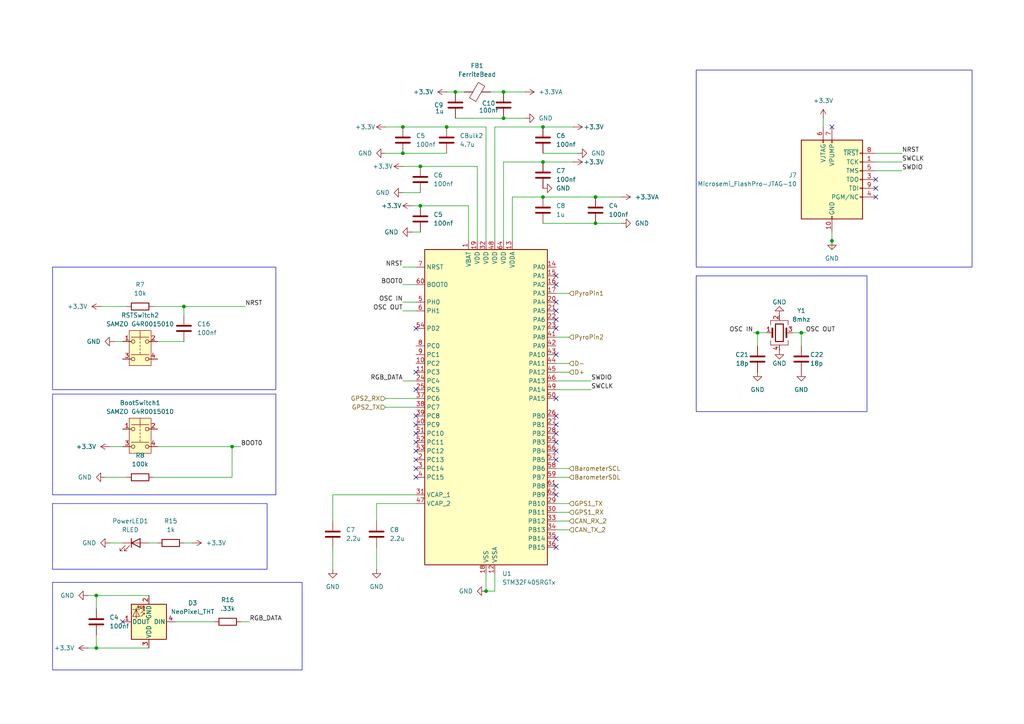
<source format=kicad_sch>
(kicad_sch (version 20250114) (generator "eeschema") (generator_version "9.0")
  (paper "A4")
  (lib_symbols
    (symbol "Connector:Microsemi_FlashPro-JTAG-10" (pin_names (offset 1.016))
      (property "Reference" "J" (at 4.445 12.7 0))
      (property "Value" "Microsemi_FlashPro-JTAG-10" (at 2.54 -12.7 0))
      (symbol "Microsemi_FlashPro-JTAG-10_1_1"
        (pin power_in line (at -2.54 15.24 270) (length 3.81) (name "VJTAG") (number "6"))
        (pin power_out line (at 0 15.24 270) (length 3.81) (name "VPUMP") (number "7"))
        (pin power_in line (at 0 -15.24 90) (length 3.81) (name "GND") (number "10"))
        (pin passive line (at 0 -15.24 90) (length 3.81) (hide yes) (name "GND") (number "2"))
        (pin passive line (at 12.7 7.62 180) (length 3.81) (name "~{TRST}") (number "8"))
        (pin passive line (at 12.7 5.08 180) (length 3.81) (name "TCK") (number "1"))
        (pin passive line (at 12.7 2.54 180) (length 3.81) (name "TMS") (number "5"))
        (pin passive line (at 12.7 0 180) (length 3.81) (name "TDO") (number "3"))
        (pin passive line (at 12.7 -2.54 180) (length 3.81) (name "TDI") (number "9"))
        (pin passive line (at 12.7 -5.08 180) (length 3.81) (name "PGM/NC") (number "4"))
      )
    )
    (symbol "Device:C" (pin_numbers (hide yes)) (pin_names (offset 0.254))
      (property "Reference" "C" (at 0.635 2.54 0))
      (property "Value" "C" (at 0.635 -2.54 0))
      (symbol "C_1_1"
        (pin passive line (at 0 3.81 270) (length 2.794) (name "~") (number "1"))
        (pin passive line (at 0 -3.81 90) (length 2.794) (name "~") (number "2"))
      )
    )
    (symbol "Device:Crystal_GND24" (pin_names (offset 1.016) (hide yes))
      (property "Reference" "Y" (at 3.175 5.08 0))
      (property "Value" "Crystal_GND24" (at 3.175 3.175 0))
      (symbol "Crystal_GND24_1_1"
        (pin passive line (at -3.81 0 0) (length 1.27) (name "1") (number "1"))
        (pin passive line (at 0 5.08 270) (length 1.27) (name "2") (number "2"))
        (pin passive line (at 0 -5.08 90) (length 1.27) (name "4") (number "4"))
        (pin passive line (at 3.81 0 180) (length 1.27) (name "3") (number "3"))
      )
    )
    (symbol "Device:FerriteBead" (pin_numbers (hide yes)) (pin_names (offset 0))
      (property "Reference" "FB" (at -3.81 0.635 90))
      (property "Value" "FerriteBead" (at 3.81 0 90))
      (symbol "FerriteBead_1_1"
        (pin passive line (at 0 3.81 270) (length 2.54) (name "~") (number "1"))
        (pin passive line (at 0 -3.81 90) (length 2.54) (name "~") (number "2"))
      )
    )
    (symbol "Device:LED" (pin_numbers (hide yes)) (pin_names (offset 1.016) (hide yes))
      (property "Reference" "D" (at 0 2.54 0))
      (property "Value" "LED" (at 0 -2.54 0))
      (symbol "LED_1_1"
        (pin passive line (at -3.81 0 0) (length 2.54) (name "K") (number "1"))
        (pin passive line (at 3.81 0 180) (length 2.54) (name "A") (number "2"))
      )
    )
    (symbol "Device:R" (pin_numbers (hide yes)) (pin_names (offset 0))
      (property "Reference" "R" (at 2.032 0 90))
      (property "Value" "R" (at 0 0 90))
      (symbol "R_1_1"
        (pin passive line (at 0 3.81 270) (length 1.27) (name "~") (number "1"))
        (pin passive line (at 0 -3.81 90) (length 1.27) (name "~") (number "2"))
      )
    )
    (symbol "LED:NeoPixel_THT" (pin_names (offset 0.254))
      (property "Reference" "D" (at 5.08 5.715 0))
      (property "Value" "NeoPixel_THT" (at 1.27 -5.715 0))
      (symbol "NeoPixel_THT_0_0"
        (text "RGB" (at 2.286 -4.191 0) (effects (font (size 0.762 0.762))))
      )
      (symbol "NeoPixel_THT_1_1"
        (pin input line (at -7.62 0 0) (length 2.54) (name "DIN") (number "4"))
        (pin power_in line (at 0 7.62 270) (length 2.54) (name "VDD") (number "3"))
        (pin power_in line (at 0 -7.62 90) (length 2.54) (name "GND") (number "2"))
        (pin output line (at 7.62 0 180) (length 2.54) (name "DOUT") (number "1"))
      )
    )
    (symbol "MCU_ST_STM32F4:STM32F405RGTx"
      (property "Reference" "U" (at -17.78 46.99 0))
      (property "Value" "STM32F405RGTx" (at 10.16 46.99 0))
      (symbol "STM32F405RGTx_1_1"
        (pin input line (at -20.32 40.64 0) (length 2.54) (name "NRST") (number "7"))
        (pin input line (at -20.32 35.56 0) (length 2.54) (name "BOOT0") (number "60"))
        (pin bidirectional line (at -20.32 30.48 0) (length 2.54) (name "PH0") (number "5"))
        (pin bidirectional line (at -20.32 27.94 0) (length 2.54) (name "PH1") (number "6"))
        (pin bidirectional line (at -20.32 22.86 0) (length 2.54) (name "PD2") (number "54"))
        (pin bidirectional line (at -20.32 17.78 0) (length 2.54) (name "PC0") (number "8"))
        (pin bidirectional line (at -20.32 15.24 0) (length 2.54) (name "PC1") (number "9"))
        (pin bidirectional line (at -20.32 12.7 0) (length 2.54) (name "PC2") (number "10"))
        (pin bidirectional line (at -20.32 10.16 0) (length 2.54) (name "PC3") (number "11"))
        (pin bidirectional line (at -20.32 7.62 0) (length 2.54) (name "PC4") (number "24"))
        (pin bidirectional line (at -20.32 5.08 0) (length 2.54) (name "PC5") (number "25"))
        (pin bidirectional line (at -20.32 2.54 0) (length 2.54) (name "PC6") (number "37"))
        (pin bidirectional line (at -20.32 0 0) (length 2.54) (name "PC7") (number "38"))
        (pin bidirectional line (at -20.32 -2.54 0) (length 2.54) (name "PC8") (number "39"))
        (pin bidirectional line (at -20.32 -5.08 0) (length 2.54) (name "PC9") (number "40"))
        (pin bidirectional line (at -20.32 -7.62 0) (length 2.54) (name "PC10") (number "51"))
        (pin bidirectional line (at -20.32 -10.16 0) (length 2.54) (name "PC11") (number "52"))
        (pin bidirectional line (at -20.32 -12.7 0) (length 2.54) (name "PC12") (number "53"))
        (pin bidirectional line (at -20.32 -15.24 0) (length 2.54) (name "PC13") (number "2"))
        (pin bidirectional line (at -20.32 -17.78 0) (length 2.54) (name "PC14") (number "3"))
        (pin bidirectional line (at -20.32 -20.32 0) (length 2.54) (name "PC15") (number "4"))
        (pin power_out line (at -20.32 -25.4 0) (length 2.54) (name "VCAP_1") (number "31"))
        (pin power_out line (at -20.32 -27.94 0) (length 2.54) (name "VCAP_2") (number "47"))
        (pin power_in line (at -5.08 48.26 270) (length 2.54) (name "VBAT") (number "1"))
        (pin power_in line (at -2.54 48.26 270) (length 2.54) (name "VDD") (number "19"))
        (pin power_in line (at 0 48.26 270) (length 2.54) (name "VDD") (number "32"))
        (pin power_in line (at 0 -48.26 90) (length 2.54) (name "VSS") (number "18"))
        (pin passive line (at 0 -48.26 90) (length 2.54) (hide yes) (name "VSS") (number "63"))
        (pin power_in line (at 2.54 48.26 270) (length 2.54) (name "VDD") (number "48"))
        (pin power_in line (at 2.54 -48.26 90) (length 2.54) (name "VSSA") (number "12"))
        (pin power_in line (at 5.08 48.26 270) (length 2.54) (name "VDD") (number "64"))
        (pin power_in line (at 7.62 48.26 270) (length 2.54) (name "VDDA") (number "13"))
        (pin bidirectional line (at 20.32 40.64 180) (length 2.54) (name "PA0") (number "14"))
        (pin bidirectional line (at 20.32 38.1 180) (length 2.54) (name "PA1") (number "15"))
        (pin bidirectional line (at 20.32 35.56 180) (length 2.54) (name "PA2") (number "16"))
        (pin bidirectional line (at 20.32 33.02 180) (length 2.54) (name "PA3") (number "17"))
        (pin bidirectional line (at 20.32 30.48 180) (length 2.54) (name "PA4") (number "20"))
        (pin bidirectional line (at 20.32 27.94 180) (length 2.54) (name "PA5") (number "21"))
        (pin bidirectional line (at 20.32 25.4 180) (length 2.54) (name "PA6") (number "22"))
        (pin bidirectional line (at 20.32 22.86 180) (length 2.54) (name "PA7") (number "23"))
        (pin bidirectional line (at 20.32 20.32 180) (length 2.54) (name "PA8") (number "41"))
        (pin bidirectional line (at 20.32 17.78 180) (length 2.54) (name "PA9") (number "42"))
        (pin bidirectional line (at 20.32 15.24 180) (length 2.54) (name "PA10") (number "43"))
        (pin bidirectional line (at 20.32 12.7 180) (length 2.54) (name "PA11") (number "44"))
        (pin bidirectional line (at 20.32 10.16 180) (length 2.54) (name "PA12") (number "45"))
        (pin bidirectional line (at 20.32 7.62 180) (length 2.54) (name "PA13") (number "46"))
        (pin bidirectional line (at 20.32 5.08 180) (length 2.54) (name "PA14") (number "49"))
        (pin bidirectional line (at 20.32 2.54 180) (length 2.54) (name "PA15") (number "50"))
        (pin bidirectional line (at 20.32 -2.54 180) (length 2.54) (name "PB0") (number "26"))
        (pin bidirectional line (at 20.32 -5.08 180) (length 2.54) (name "PB1") (number "27"))
        (pin bidirectional line (at 20.32 -7.62 180) (length 2.54) (name "PB2") (number "28"))
        (pin bidirectional line (at 20.32 -10.16 180) (length 2.54) (name "PB3") (number "55"))
        (pin bidirectional line (at 20.32 -12.7 180) (length 2.54) (name "PB4") (number "56"))
        (pin bidirectional line (at 20.32 -15.24 180) (length 2.54) (name "PB5") (number "57"))
        (pin bidirectional line (at 20.32 -17.78 180) (length 2.54) (name "PB6") (number "58"))
        (pin bidirectional line (at 20.32 -20.32 180) (length 2.54) (name "PB7") (number "59"))
        (pin bidirectional line (at 20.32 -22.86 180) (length 2.54) (name "PB8") (number "61"))
        (pin bidirectional line (at 20.32 -25.4 180) (length 2.54) (name "PB9") (number "62"))
        (pin bidirectional line (at 20.32 -27.94 180) (length 2.54) (name "PB10") (number "29"))
        (pin bidirectional line (at 20.32 -30.48 180) (length 2.54) (name "PB11") (number "30"))
        (pin bidirectional line (at 20.32 -33.02 180) (length 2.54) (name "PB12") (number "33"))
        (pin bidirectional line (at 20.32 -35.56 180) (length 2.54) (name "PB13") (number "34"))
        (pin bidirectional line (at 20.32 -38.1 180) (length 2.54) (name "PB14") (number "35"))
        (pin bidirectional line (at 20.32 -40.64 180) (length 2.54) (name "PB15") (number "36"))
      )
    )
    (symbol "Switch:SW_Push" (pin_numbers (hide yes)) (pin_names (offset 1.016) (hide yes))
      (property "Reference" "SW" (at 1.27 2.54 0))
      (property "Value" "SW_Push" (at 0 -1.524 0))
      (symbol "SW_Push_0_1"
        (pin passive line (at -5.08 0 0) (length 2.54) (name "1") (number "1"))
        (pin passive line (at 5.08 0 180) (length 2.54) (name "2") (number "2"))
      )
    )
    (symbol "Switch:SW_Push_Dual" (pin_names (offset 1.016) (hide yes))
      (property "Reference" "SW" (at 0 7.62 0))
      (property "Value" "SW_Push_Dual" (at 0 -6.35 0))
      (symbol "SW_Push_Dual_0_1"
        (pin passive line (at -5.08 2.54 0) (length 2.54) (name "1") (number "1"))
        (pin passive line (at -5.08 -2.54 0) (length 2.54) (name "3") (number "3"))
        (pin passive line (at 5.08 2.54 180) (length 2.54) (name "2") (number "2"))
        (pin passive line (at 5.08 -2.54 180) (length 2.54) (name "4") (number "4"))
      )
    )
    (symbol "power:+3.3V" (power) (pin_numbers (hide yes)) (pin_names (offset 0) (hide yes))
      (property "Value" "+3.3V" (at 0 3.556 0))
      (symbol "+3.3V_1_1"
        (pin power_in line (at 0 0 90) (length 0) (name "~") (number "1"))
      )
    )
    (symbol "power:+3.3VA" (power) (pin_numbers (hide yes)) (pin_names (offset 0) (hide yes))
      (property "Value" "+3.3VA" (at 0 3.556 0))
      (symbol "+3.3VA_1_1"
        (pin power_in line (at 0 0 90) (length 0) (name "~") (number "1"))
      )
    )
    (symbol "power:GND" (power) (pin_numbers (hide yes)) (pin_names (offset 0) (hide yes))
      (property "Value" "GND" (at 0 -3.81 0))
      (symbol "GND_1_1"
        (pin power_in line (at 0 0 270) (length 0) (name "~") (number "1"))
      )
    )
  )
  (rectangle (start 201.93 20.32) (end 281.94 77.47))
  (rectangle (start 15.24 146.05) (end 77.47 165.1))
  (rectangle (start 15.24 168.91) (end 87.63 194.31))
  (rectangle (start 15.24 114.3) (end 80.01 143.51))
  (rectangle (start 15.24 77.47) (end 80.01 113.03))
  (rectangle (start 201.93 80.01) (end 251.46 119.38))
  (junction (at 535.94 -12.7))
  (junction (at 501.65 -34.29))
  (junction (at 121.92 59.69))
  (junction (at 27.94 187.96))
  (junction (at 429.26 -34.29))
  (junction (at 514.35 -26.67))
  (junction (at 440.69 -34.29))
  (junction (at 533.4 -12.7))
  (junction (at 172.72 64.77))
  (junction (at 440.69 -26.67))
  (junction (at 430.53 -3.81))
  (junction (at 528.32 -12.7))
  (junction (at 501.65 -26.67))
  (junction (at 172.72 57.15))
  (junction (at 157.48 36.83))
  (junction (at 219.71 96.52))
  (junction (at 527.05 -26.67))
  (junction (at 121.92 48.26))
  (junction (at 27.94 172.72))
  (junction (at 129.54 36.83))
  (junction (at 116.84 36.83))
  (junction (at 241.3 69.85))
  (junction (at 485.14 -34.29))
  (junction (at 53.34 88.9))
  (junction (at 532.13 -12.7))
  (junction (at 146.05 26.67))
  (junction (at 530.86 90.17))
  (junction (at 67.31 129.54))
  (junction (at 431.8 17.78))
  (junction (at 539.75 -34.29))
  (junction (at 132.08 26.67))
  (junction (at 232.41 96.52))
  (junction (at 485.14 -26.67))
  (junction (at 539.75 -26.67))
  (junction (at 157.48 57.15))
  (junction (at 527.05 -34.29))
  (junction (at 398.78 6.35))
  (junction (at 140.97 171.45))
  (junction (at 514.35 -34.29))
  (junction (at 157.48 46.99))
  (junction (at 116.84 44.45))
  (junction (at 530.86 -12.7))
  (junction (at 146.05 34.29))
  (no_connect (at 161.29 133.35))
  (no_connect (at 161.29 140.97))
  (no_connect (at 161.29 123.19))
  (no_connect (at 161.29 92.71))
  (no_connect (at 254 57.15))
  (no_connect (at 161.29 87.63))
  (no_connect (at 161.29 102.87))
  (no_connect (at 241.3 36.83))
  (no_connect (at 161.29 143.51))
  (no_connect (at 120.65 95.25))
  (no_connect (at 120.65 138.43))
  (no_connect (at 120.65 128.27))
  (no_connect (at 161.29 158.75))
  (no_connect (at 161.29 128.27))
  (no_connect (at 161.29 130.81))
  (no_connect (at 161.29 82.55))
  (no_connect (at 120.65 135.89))
  (no_connect (at 120.65 133.35))
  (no_connect (at 120.65 130.81))
  (no_connect (at 254 54.61))
  (no_connect (at 161.29 120.65))
  (no_connect (at 161.29 115.57))
  (no_connect (at 120.65 123.19))
  (no_connect (at 161.29 156.21))
  (no_connect (at 120.65 107.95))
  (no_connect (at 254 52.07))
  (no_connect (at 35.56 180.34))
  (no_connect (at 120.65 120.65))
  (no_connect (at 161.29 125.73))
  (no_connect (at 161.29 90.17))
  (no_connect (at 161.29 95.25))
  (no_connect (at 120.65 125.73))
  (no_connect (at 161.29 80.01))
  (no_connect (at 120.65 113.03))
  (wire (pts (xy 530.86 85.09) (xy 530.86 90.17)))
  (wire (pts (xy 171.45 113.03) (xy 161.29 113.03)))
  (wire (pts (xy 146.05 34.29) (xy 152.4 34.29)))
  (wire (pts (xy 157.48 57.15) (xy 172.72 57.15)))
  (wire (pts (xy 165.1 97.79) (xy 161.29 97.79)))
  (wire (pts (xy 109.22 158.75) (xy 109.22 165.1)))
  (wire (pts (xy 140.97 171.45) (xy 143.51 171.45)))
  (wire (pts (xy 132.08 26.67) (xy 134.62 26.67)))
  (wire (pts (xy 499.11 77.47) (xy 499.11 83.82)))
  (wire (pts (xy 530.86 90.17) (xy 533.4 90.17)))
  (wire (pts (xy 571.5 64.77) (xy 551.18 64.77)))
  (wire (pts (xy 143.51 36.83) (xy 157.48 36.83)))
  (wire (pts (xy 143.51 36.83) (xy 143.51 69.85)))
  (wire (pts (xy 109.22 151.13) (xy 109.22 146.05)))
  (wire (pts (xy 232.41 96.52) (xy 233.68 96.52)))
  (wire (pts (xy 533.4 -11.43) (xy 533.4 -12.7)))
  (wire (pts (xy 111.76 36.83) (xy 116.84 36.83)))
  (wire (pts (xy 514.35 -26.67) (xy 527.05 -26.67)))
  (wire (pts (xy 119.38 59.69) (xy 121.92 59.69)))
  (wire (pts (xy 504.19 34.29) (xy 510.54 34.29)))
  (wire (pts (xy 180.34 57.15) (xy 172.72 57.15)))
  (wire (pts (xy 121.92 48.26) (xy 138.43 48.26)))
  (wire (pts (xy 148.59 57.15) (xy 157.48 57.15)))
  (wire (pts (xy 425.45 -34.29) (xy 429.26 -34.29)))
  (wire (pts (xy 229.87 96.52) (xy 232.41 96.52)))
  (wire (pts (xy 129.54 36.83) (xy 140.97 36.83)))
  (wire (pts (xy 514.35 -34.29) (xy 527.05 -34.29)))
  (wire (pts (xy 148.59 57.15) (xy 148.59 69.85)))
  (wire (pts (xy 161.29 153.67) (xy 165.1 153.67)))
  (wire (pts (xy 539.75 -26.67) (xy 553.72 -26.67)))
  (wire (pts (xy 129.54 26.67) (xy 132.08 26.67)))
  (wire (pts (xy 111.76 44.45) (xy 116.84 44.45)))
  (wire (pts (xy 119.38 67.31) (xy 121.92 67.31)))
  (wire (pts (xy 485.14 -26.67) (xy 501.65 -26.67)))
  (wire (pts (xy 533.4 90.17) (xy 533.4 85.09)))
  (wire (pts (xy 161.29 107.95) (xy 165.1 107.95)))
  (wire (pts (xy 430.53 -3.81) (xy 434.34 -3.81)))
  (wire (pts (xy 27.94 172.72) (xy 43.18 172.72)))
  (wire (pts (xy 116.84 90.17) (xy 120.65 90.17)))
  (wire (pts (xy 96.52 158.75) (xy 96.52 165.1)))
  (wire (pts (xy 219.71 96.52) (xy 222.25 96.52)))
  (wire (pts (xy 138.43 48.26) (xy 138.43 69.85)))
  (wire (pts (xy 165.1 146.05) (xy 161.29 146.05)))
  (wire (pts (xy 142.24 26.67) (xy 146.05 26.67)))
  (wire (pts (xy 506.73 -3.81) (xy 510.54 -3.81)))
  (wire (pts (xy 55.88 157.48) (xy 53.34 157.48)))
  (wire (pts (xy 416.56 -1.27) (xy 430.53 -1.27)))
  (wire (pts (xy 116.84 48.26) (xy 121.92 48.26)))
  (wire (pts (xy 527.05 -34.29) (xy 539.75 -34.29)))
  (wire (pts (xy 528.32 -11.43) (xy 528.32 -12.7)))
  (wire (pts (xy 554.99 24.13) (xy 551.18 24.13)))
  (wire (pts (xy 396.24 6.35) (xy 398.78 6.35)))
  (wire (pts (xy 410.21 17.78) (xy 431.8 17.78)))
  (wire (pts (xy 146.05 46.99) (xy 146.05 69.85)))
  (wire (pts (xy 506.73 49.53) (xy 510.54 49.53)))
  (wire (pts (xy 429.26 -34.29) (xy 440.69 -34.29)))
  (wire (pts (xy 530.86 -12.7) (xy 530.86 -11.43)))
  (wire (pts (xy 238.76 34.29) (xy 238.76 36.83)))
  (wire (pts (xy 219.71 96.52) (xy 219.71 100.33)))
  (wire (pts (xy 111.76 115.57) (xy 120.65 115.57)))
  (wire (pts (xy 482.6 -34.29) (xy 485.14 -34.29)))
  (wire (pts (xy 116.84 36.83) (xy 129.54 36.83)))
  (wire (pts (xy 241.3 67.31) (xy 241.3 69.85)))
  (wire (pts (xy 554.99 16.51) (xy 551.18 16.51)))
  (wire (pts (xy 166.37 46.99) (xy 157.48 46.99)))
  (wire (pts (xy 504.19 36.83) (xy 510.54 36.83)))
  (wire (pts (xy 486.41 62.23) (xy 486.41 69.85)))
  (wire (pts (xy 232.41 96.52) (xy 232.41 100.33)))
  (wire (pts (xy 161.29 151.13) (xy 165.1 151.13)))
  (wire (pts (xy 551.18 69.85) (xy 570.23 69.85)))
  (wire (pts (xy 506.73 1.27) (xy 510.54 1.27)))
  (wire (pts (xy 120.65 143.51) (xy 96.52 143.51)))
  (wire (pts (xy 499.11 64.77) (xy 510.54 64.77)))
  (wire (pts (xy 535.94 -11.43) (xy 535.94 -12.7)))
  (wire (pts (xy 132.08 34.29) (xy 146.05 34.29)))
  (wire (pts (xy 146.05 46.99) (xy 157.48 46.99)))
  (wire (pts (xy 525.78 -12.7) (xy 528.32 -12.7)))
  (wire (pts (xy 481.33 -26.67) (xy 485.14 -26.67)))
  (wire (pts (xy 53.34 88.9) (xy 71.12 88.9)))
  (wire (pts (xy 116.84 77.47) (xy 120.65 77.47)))
  (wire (pts (xy 551.18 72.39) (xy 570.23 72.39)))
  (wire (pts (xy 165.1 85.09) (xy 161.29 85.09)))
  (wire (pts (xy 538.48 -11.43) (xy 538.48 -12.7)))
  (wire (pts (xy 501.65 -34.29) (xy 514.35 -34.29)))
  (wire (pts (xy 25.4 187.96) (xy 27.94 187.96)))
  (wire (pts (xy 398.78 6.35) (xy 398.78 3.81)))
  (wire (pts (xy 67.31 129.54) (xy 67.31 138.43)))
  (wire (pts (xy 31.75 129.54) (xy 35.56 129.54)))
  (wire (pts (xy 25.4 172.72) (xy 27.94 172.72)))
  (wire (pts (xy 50.8 180.34) (xy 62.23 180.34)))
  (wire (pts (xy 501.65 -26.67) (xy 514.35 -26.67)))
  (wire (pts (xy 539.75 -34.29) (xy 553.72 -34.29)))
  (wire (pts (xy 261.62 46.99) (xy 254 46.99)))
  (wire (pts (xy 506.73 13.97) (xy 510.54 13.97)))
  (wire (pts (xy 116.84 55.88) (xy 121.92 55.88)))
  (wire (pts (xy 528.32 -12.7) (xy 530.86 -12.7)))
  (wire (pts (xy 571.5 67.31) (xy 551.18 67.31)))
  (wire (pts (xy 532.13 -12.7) (xy 533.4 -12.7)))
  (wire (pts (xy 554.99 19.05) (xy 551.18 19.05)))
  (wire (pts (xy 33.02 99.06) (xy 35.56 99.06)))
  (wire (pts (xy 116.84 110.49) (xy 120.65 110.49)))
  (wire (pts (xy 116.84 82.55) (xy 120.65 82.55)))
  (wire (pts (xy 53.34 88.9) (xy 53.34 91.44)))
  (wire (pts (xy 261.62 44.45) (xy 254 44.45)))
  (wire (pts (xy 166.37 36.83) (xy 157.48 36.83)))
  (wire (pts (xy 392.43 -3.81) (xy 400.05 -3.81)))
  (wire (pts (xy 121.92 59.69) (xy 135.89 59.69)))
  (wire (pts (xy 408.94 6.35) (xy 416.56 6.35)))
  (wire (pts (xy 157.48 64.77) (xy 172.72 64.77)))
  (wire (pts (xy 116.84 87.63) (xy 120.65 87.63)))
  (wire (pts (xy 535.94 -12.7) (xy 533.4 -12.7)))
  (wire (pts (xy 96.52 143.51) (xy 96.52 151.13)))
  (wire (pts (xy 143.51 171.45) (xy 143.51 166.37)))
  (wire (pts (xy 527.05 -26.67) (xy 539.75 -26.67)))
  (wire (pts (xy 241.3 72.39) (xy 241.3 69.85)))
  (wire (pts (xy 499.11 69.85) (xy 499.11 64.77)))
  (wire (pts (xy 111.76 118.11) (xy 120.65 118.11)))
  (wire (pts (xy 261.62 49.53) (xy 254 49.53)))
  (wire (pts (xy 109.22 146.05) (xy 120.65 146.05)))
  (wire (pts (xy 29.21 88.9) (xy 36.83 88.9)))
  (wire (pts (xy 430.53 -3.81) (xy 430.53 -1.27)))
  (wire (pts (xy 165.1 138.43) (xy 161.29 138.43)))
  (wire (pts (xy 394.97 26.67) (xy 401.32 26.67)))
  (wire (pts (xy 538.48 -12.7) (xy 535.94 -12.7)))
  (wire (pts (xy 218.44 96.52) (xy 219.71 96.52)))
  (wire (pts (xy 135.89 59.69) (xy 135.89 69.85)))
  (wire (pts (xy 530.86 -12.7) (xy 532.13 -12.7)))
  (wire (pts (xy 30.48 138.43) (xy 36.83 138.43)))
  (wire (pts (xy 67.31 138.43) (xy 44.45 138.43)))
  (wire (pts (xy 116.84 44.45) (xy 129.54 44.45)))
  (wire (pts (xy 440.69 -34.29) (xy 448.31 -34.29)))
  (wire (pts (xy 45.72 129.54) (xy 67.31 129.54)))
  (wire (pts (xy 161.29 105.41) (xy 165.1 105.41)))
  (wire (pts (xy 27.94 187.96) (xy 43.18 187.96)))
  (wire (pts (xy 140.97 36.83) (xy 140.97 69.85)))
  (wire (pts (xy 72.39 180.34) (xy 69.85 180.34)))
  (wire (pts (xy 440.69 -26.67) (xy 448.31 -26.67)))
  (wire (pts (xy 429.26 -26.67) (xy 440.69 -26.67)))
  (wire (pts (xy 431.8 17.78) (xy 431.8 26.67)))
  (wire (pts (xy 412.75 -34.29) (xy 417.83 -34.29)))
  (wire (pts (xy 67.31 129.54) (xy 69.85 129.54)))
  (wire (pts (xy 485.14 -34.29) (xy 501.65 -34.29)))
  (wire (pts (xy 31.75 157.48) (xy 35.56 157.48)))
  (wire (pts (xy 525.78 -11.43) (xy 525.78 -12.7)))
  (wire (pts (xy 510.54 62.23) (xy 486.41 62.23)))
  (wire (pts (xy 27.94 184.15) (xy 27.94 187.96)))
  (wire (pts (xy 486.41 77.47) (xy 486.41 83.82)))
  (wire (pts (xy 27.94 172.72) (xy 27.94 176.53)))
  (wire (pts (xy 165.1 148.59) (xy 161.29 148.59)))
  (wire (pts (xy 161.29 110.49) (xy 171.45 110.49)))
  (wire (pts (xy 180.34 64.77) (xy 172.72 64.77)))
  (wire (pts (xy 146.05 26.67) (xy 152.4 26.67)))
  (wire (pts (xy 45.72 99.06) (xy 53.34 99.06)))
  (wire (pts (xy 431.8 26.67) (xy 408.94 26.67)))
  (wire (pts (xy 407.67 -3.81) (xy 430.53 -3.81)))
  (wire (pts (xy 140.97 166.37) (xy 140.97 171.45)))
  (wire (pts (xy 44.45 88.9) (xy 53.34 88.9)))
  (wire (pts (xy 396.24 17.78) (xy 400.05 17.78)))
  (wire (pts (xy 431.8 17.78) (xy 434.34 17.78)))
  (wire (pts (xy 43.18 157.48) (xy 45.72 157.48)))
  (wire (pts (xy 167.64 44.45) (xy 157.48 44.45)))
  (wire (pts (xy 551.18 29.21) (xy 554.99 29.21)))
  (wire (pts (xy 551.18 26.67) (xy 554.99 26.67)))
  (wire (pts (xy 554.99 3.81) (xy 551.18 3.81)))
  (wire (pts (xy 165.1 135.89) (xy 161.29 135.89)))
  (label "BOOT0" (at 116.84 82.55 180))
  (label "OSC OUT" (at 116.84 90.17 180))
  (label "RGB_DATA" (at 72.39 180.34 0))
  (label "RGB_DATA" (at 116.84 110.49 180))
  (label "OSC OUT" (at 233.68 96.52 0))
  (label "SWDIO" (at 261.62 49.53 0))
  (label "NRST" (at 71.12 88.9 0))
  (label "OSC IN" (at 116.84 87.63 180))
  (label "SWCLK" (at 171.45 113.03 0))
  (label "OSC IN" (at 218.44 96.52 180))
  (label "NRST" (at 261.62 44.45 0))
  (label "BOOT0" (at 69.85 129.54 0))
  (label "NRST" (at 116.84 77.47 180))
  (label "SWDIO" (at 171.45 110.49 0))
  (label "SWCLK" (at 261.62 46.99 0))
  (global_label "CAN_TX_2" (shape input) (at 570.23 72.39 0) (property "Intersheetrefs" "${INTERSHEET_REFS}" (effects (hide yes))))
  (global_label "PA8" (shape input) (at 554.99 16.51 0) (property "Intersheetrefs" "${INTERSHEET_REFS}" (effects (hide yes))))
  (global_label "GPS2_TX" (shape input) (at 504.19 36.83 180) (property "Intersheetrefs" "${INTERSHEET_REFS}" (effects (hide yes))))
  (global_label "PA9" (shape input) (at 554.99 19.05 0) (property "Intersheetrefs" "${INTERSHEET_REFS}" (effects (hide yes))))
  (global_label "UART_DEBUG_TX" (shape input) (at 506.73 49.53 180) (property "Intersheetrefs" "${INTERSHEET_REFS}" (effects (hide yes))))
  (global_label "D-" (shape input) (at 554.99 24.13 0) (property "Intersheetrefs" "${INTERSHEET_REFS}" (effects (hide yes))))
  (global_label "PA3" (shape input) (at 554.99 3.81 0) (property "Intersheetrefs" "${INTERSHEET_REFS}" (effects (hide yes))))
  (global_label "UART_DEBUG_RX" (shape input) (at 506.73 13.97 180) (property "Intersheetrefs" "${INTERSHEET_REFS}" (effects (hide yes))))
  (global_label "D+" (shape input) (at 554.99 26.67 0) (property "Intersheetrefs" "${INTERSHEET_REFS}" (effects (hide yes))))
  (global_label "GPS2_RX" (shape input) (at 504.19 34.29 180) (property "Intersheetrefs" "${INTERSHEET_REFS}" (effects (hide yes))))
  (global_label "CAN_RX_2" (shape input) (at 570.23 69.85 0) (property "Intersheetrefs" "${INTERSHEET_REFS}" (effects (hide yes))))
  (global_label "GPS1_RX" (shape input) (at 571.5 67.31 0) (property "Intersheetrefs" "${INTERSHEET_REFS}" (effects (hide yes))))
  (global_label "VBUS" (shape input) (at 554.99 29.21 0) (property "Intersheetrefs" "${INTERSHEET_REFS}" (effects (hide yes))))
  (global_label "GPS1_TX" (shape input) (at 571.5 64.77 0) (property "Intersheetrefs" "${INTERSHEET_REFS}" (effects (hide yes))))
  (hierarchical_label "GPS2_RX" (shape input) (at 111.76 115.57 180))
  (hierarchical_label "PyroPin2" (shape input) (at 165.1 97.79 0))
  (hierarchical_label "D+" (shape input) (at 165.1 107.95 0))
  (hierarchical_label "GPS2_TX" (shape input) (at 111.76 118.11 180))
  (hierarchical_label "CAN_TX_2" (shape input) (at 165.1 153.67 0))
  (hierarchical_label "NRST" (shape input) (at 506.73 -3.81 180))
  (hierarchical_label "BOOT0" (shape input) (at 506.73 1.27 180))
  (hierarchical_label "BarometerSDL" (shape input) (at 165.1 138.43 0))
  (hierarchical_label "NRST" (shape input) (at 434.34 -3.81 0))
  (hierarchical_label "BOOT0" (shape input) (at 434.34 17.78 0))
  (hierarchical_label "PyroPin1" (shape input) (at 165.1 85.09 0))
  (hierarchical_label "GPS1_TX" (shape input) (at 165.1 146.05 0))
  (hierarchical_label "GPS1_RX" (shape input) (at 165.1 148.59 0))
  (hierarchical_label "BarometerSCL" (shape input) (at 165.1 135.89 0))
  (hierarchical_label "CAN_RX_2" (shape input) (at 165.1 151.13 0))
  (hierarchical_label "D-" (shape input) (at 165.1 105.41 0))
  (symbol (lib_id "power:GND") (at 530.86 90.17 270) (unit 1)
    (property "Reference" "#PWR027" (effects (hide yes)))
    (property "Value" "GND" (at 527.05 90.1699 90) (effects (justify right)))
    (property "Description" "Power symbol creates a global label with name \"GND\" , ground" (effects (hide yes)))
  )
  (symbol (lib_id "power:+3.3V") (at 25.4 187.96 90) (unit 1)
    (property "Reference" "#PWR029" (effects (hide yes)))
    (property "Value" "+3.3V" (at 21.59 187.9599 90) (effects (justify left)))
    (property "Description" "Power symbol creates a global label with name \"+3.3V\"" (effects (hide yes)))
  )
  (symbol (lib_id "Device:C") (at 157.48 60.96 0) (unit 1)
    (property "Reference" "C8" (at 161.29 59.6899 0) (effects (justify left)))
    (property "Value" "1u" (at 161.29 62.2299 0) (effects (justify left)))
    (property "Footprint" "Capacitor_SMD:C_0805_2012Metric_Pad1.18x1.45mm_HandSolder" (effects (hide yes)))
    (property "Description" "Unpolarized capacitor" (effects (hide yes)))
  )
  (symbol (lib_id "power:GND") (at 31.75 157.48 270) (unit 1)
    (property "Reference" "#PWR056" (effects (hide yes)))
    (property "Value" "GND" (at 27.94 157.4799 90) (effects (justify right)))
    (property "Description" "Power symbol creates a global label with name \"GND\" , ground" (effects (hide yes)))
  )
  (symbol (lib_id "power:+3.3V") (at 119.38 59.69 90) (unit 1)
    (property "Reference" "#PWR036" (effects (hide yes)))
    (property "Value" "+3.3V" (at 113.538 59.69 90))
    (property "Description" "Power symbol creates a global label with name \"+3.3V\"" (effects (hide yes)))
  )
  (symbol (lib_id "power:+3.3V") (at 166.37 46.99 270) (unit 1)
    (property "Reference" "#PWR060" (effects (hide yes)))
    (property "Value" "+3.3V" (at 172.212 46.99 90))
    (property "Description" "Power symbol creates a global label with name \"+3.3V\"" (effects (hide yes)))
  )
  (symbol (lib_id "power:GND") (at 116.84 55.88 270) (unit 1)
    (property "Reference" "#PWR055" (effects (hide yes)))
    (property "Value" "GND" (at 113.03 55.8799 90) (effects (justify right)))
    (property "Description" "Power symbol creates a global label with name \"GND\" , ground" (effects (hide yes)))
  )
  (symbol (lib_id "Device:R") (at 40.64 138.43 90) (unit 1)
    (property "Reference" "R8" (at 40.64 132.08 90))
    (property "Value" "100k" (at 40.64 134.62 90))
    (property "Footprint" "Resistor_SMD:R_0805_2012Metric_Pad1.20x1.40mm_HandSolder" (effects (hide yes)))
    (property "Description" "Resistor" (effects (hide yes)))
  )
  (symbol (lib_id "Switch:SW_Push_Dual") (at 40.64 101.6 0) (unit 1)
    (property "Reference" "RSTSwitch2" (at 40.64 91.44 0))
    (property "Value" "SAMZO G4R0015010" (at 40.64 93.98 0))
    (property "Footprint" "myFootprints:SAMZO G4R0015010" (effects (hide yes)))
    (property "Description" "Push button switch, generic, symbol, four pins" (effects (hide yes)))
  )
  (symbol (lib_id "power:+3.3V") (at 129.54 26.67 90) (unit 1)
    (property "Reference" "#PWR030" (effects (hide yes)))
    (property "Value" "+3.3V" (at 125.73 26.6699 90) (effects (justify left)))
    (property "Description" "Power symbol creates a global label with name \"+3.3V\"" (effects (hide yes)))
  )
  (symbol (lib_id "power:GND") (at 232.41 107.95 0) (mirror y) (unit 1)
    (property "Reference" "#PWR041" (effects (hide yes)))
    (property "Value" "GND" (at 232.41 113.03 0))
    (property "Description" "Power symbol creates a global label with name \"GND\" , ground" (effects (hide yes)))
  )
  (symbol (lib_id "Switch:SW_Push") (at 403.86 6.35 0) (unit 1)
    (property "Reference" "SW3" (at 403.86 -1.27 0))
    (property "Value" "SW_Push" (at 403.86 1.27 0))
    (property "Footprint" "Library:SAMZO G4R0015010" (effects (hide yes)))
    (property "Description" "Push button switch, generic, two pins" (effects (hide yes)))
  )
  (symbol (lib_id "Switch:SW_Push_Dual") (at 40.64 127 0) (unit 1)
    (property "Reference" "BootSwitch1" (at 40.64 116.84 0))
    (property "Value" "SAMZO G4R0015010" (at 40.64 119.38 0))
    (property "Footprint" "myFootprints:SAMZO G4R0015010" (effects (hide yes)))
    (property "Description" "Push button switch, generic, symbol, four pins" (effects (hide yes)))
  )
  (symbol (lib_id "power:+3.3V") (at 29.21 88.9 90) (unit 1)
    (property "Reference" "#PWR019" (effects (hide yes)))
    (property "Value" "+3.3V" (at 25.4 88.8999 90) (effects (justify left)))
    (property "Description" "Power symbol creates a global label with name \"+3.3V\"" (effects (hide yes)))
  )
  (symbol (lib_id "power:+3.3V") (at 392.43 -3.81 90) (unit 1)
    (property "Reference" "#PWR09" (effects (hide yes)))
    (property "Value" "+3.3V" (at 388.62 -3.8101 90) (effects (justify left)))
    (property "Description" "Power symbol creates a global label with name \"+3.3V\"" (effects (hide yes)))
  )
  (symbol (lib_id "power:+3.3V") (at 482.6 -34.29 90) (unit 1)
    (property "Reference" "#PWR024" (effects (hide yes)))
    (property "Value" "+3.3V" (at 478.79 -34.2901 90) (effects (justify left)))
    (property "Description" "Power symbol creates a global label with name \"+3.3V\"" (effects (hide yes)))
  )
  (symbol (lib_id "Device:C") (at 116.84 40.64 0) (unit 1)
    (property "Reference" "C5" (at 120.65 39.3699 0) (effects (justify left)))
    (property "Value" "100nf" (at 120.65 41.9099 0) (effects (justify left)))
    (property "Footprint" "Capacitor_SMD:C_0805_2012Metric_Pad1.18x1.45mm_HandSolder" (effects (hide yes)))
    (property "Description" "Unpolarized capacitor" (effects (hide yes)))
  )
  (symbol (lib_id "Device:C") (at 527.05 -30.48 0) (unit 1)
    (property "Reference" "C18" (at 530.86 -31.7501 0) (effects (justify left)))
    (property "Value" "100nf" (at 530.86 -29.2101 0) (effects (justify left)))
    (property "Footprint" "Capacitor_SMD:C_0805_2012Metric_Pad1.18x1.45mm_HandSolder" (effects (hide yes)))
    (property "Description" "Unpolarized capacitor" (effects (hide yes)))
  )
  (symbol (lib_id "power:+3.3VA") (at 180.34 57.15 270) (unit 1)
    (property "Reference" "#PWR038" (effects (hide yes)))
    (property "Value" "+3.3VA" (at 184.15 57.1499 90) (effects (justify left)))
    (property "Description" "Power symbol creates a global label with name \"+3.3VA\"" (effects (hide yes)))
  )
  (symbol (lib_id "power:+3.3V") (at 412.75 -34.29 90) (unit 1)
    (property "Reference" "#PWR016" (effects (hide yes)))
    (property "Value" "+3.3V" (at 408.94 -34.2901 90) (effects (justify left)))
    (property "Description" "Power symbol creates a global label with name \"+3.3V\"" (effects (hide yes)))
  )
  (symbol (lib_id "Connector:Microsemi_FlashPro-JTAG-10") (at 241.3 52.07 0) (unit 1)
    (property "Reference" "J7" (at 231.14 50.7999 0) (effects (justify right)))
    (property "Value" "Microsemi_FlashPro-JTAG-10" (at 231.14 53.3399 0) (effects (justify right)))
    (property "Footprint" "myFootprints:CONN_7024610XX_MOL" (effects (hide yes)))
    (property "Datasheet" "https://www.microsemi.com/document-portal/doc_view/129973-lpf-ac386-an" (effects (hide yes)))
    (property "Description" "ACTEL FLASH PRO 3/4, JTAG, IDC10 Pinheader Connector" (effects (hide yes)))
  )
  (symbol (lib_id "Device:R") (at 49.53 157.48 90) (unit 1)
    (property "Reference" "R15" (at 49.53 151.13 90))
    (property "Value" "1k" (at 49.53 153.67 90))
    (property "Footprint" "Resistor_SMD:R_0805_2012Metric_Pad1.20x1.40mm_HandSolder" (effects (hide yes)))
    (property "Description" "Resistor" (effects (hide yes)))
  )
  (symbol (lib_id "Device:LED") (at 39.37 157.48 0) (unit 1)
    (property "Reference" "PowerLED1" (at 37.7825 151.13 0))
    (property "Value" "RLED" (at 37.7825 153.67 0))
    (property "Footprint" "LED_SMD:LED_0603_1608Metric_Pad1.05x0.95mm_HandSolder" (effects (hide yes)))
    (property "Description" "Light emitting diode" (effects (hide yes)))
    (property "Sim.Pins" "1=K 2=A" (effects (hide yes)))
  )
  (symbol (lib_id "power:GND") (at 481.33 -26.67 270) (unit 1)
    (property "Reference" "#PWR023" (effects (hide yes)))
    (property "Value" "GND" (at 477.52 -26.6701 90) (effects (justify right)))
    (property "Description" "Power symbol creates a global label with name \"GND\" , ground" (effects (hide yes)))
  )
  (symbol (lib_id "power:GND") (at 486.41 83.82 0) (unit 1)
    (property "Reference" "#PWR025" (effects (hide yes)))
    (property "Value" "GND" (at 486.41 88.9 0))
    (property "Description" "Power symbol creates a global label with name \"GND\" , ground" (effects (hide yes)))
  )
  (symbol (lib_id "power:+3.3V") (at 396.24 17.78 90) (unit 1)
    (property "Reference" "#PWR015" (effects (hide yes)))
    (property "Value" "+3.3V" (at 392.43 17.7799 90) (effects (justify left)))
    (property "Description" "Power symbol creates a global label with name \"+3.3V\"" (effects (hide yes)))
  )
  (symbol (lib_id "Device:R") (at 66.04 180.34 90) (unit 1)
    (property "Reference" "R16" (at 66.04 173.99 90))
    (property "Value" ".33k" (at 66.04 176.53 90))
    (property "Footprint" "Resistor_SMD:R_0805_2012Metric_Pad1.20x1.40mm_HandSolder" (effects (hide yes)))
    (property "Description" "Resistor" (effects (hide yes)))
  )
  (symbol (lib_id "Device:Crystal_GND24") (at 226.06 96.52 0) (unit 1)
    (property "Reference" "Y1" (at 232.41 90.0998 0))
    (property "Value" "8mhz" (at 232.41 92.6398 0))
    (property "Footprint" "Crystal:Crystal_SMD_3225-4Pin_3.2x2.5mm_HandSoldering" (effects (hide yes)))
    (property "Description" "Four pin crystal, GND on pins 2 and 4" (effects (hide yes)))
    (property "LCSC Part" "C19723344" (effects (hide yes)))
  )
  (symbol (lib_id "power:GND") (at 219.71 107.95 0) (mirror y) (unit 1)
    (property "Reference" "#PWR039" (effects (hide yes)))
    (property "Value" "GND" (at 219.71 113.03 0))
    (property "Description" "Power symbol creates a global label with name \"GND\" , ground" (effects (hide yes)))
  )
  (symbol (lib_id "Device:C") (at 553.72 -30.48 0) (unit 1)
    (property "Reference" "C20" (at 557.53 -31.7501 0) (effects (justify left)))
    (property "Value" "100nf" (at 557.53 -29.2101 0) (effects (justify left)))
    (property "Footprint" "Capacitor_SMD:C_0805_2012Metric_Pad1.18x1.45mm_HandSolder" (effects (hide yes)))
    (property "Description" "Unpolarized capacitor" (effects (hide yes)))
  )
  (symbol (lib_id "Device:C") (at 157.48 50.8 0) (unit 1)
    (property "Reference" "C7" (at 161.29 49.5299 0) (effects (justify left)))
    (property "Value" "100nf" (at 161.29 52.0699 0) (effects (justify left)))
    (property "Footprint" "Capacitor_SMD:C_0805_2012Metric_Pad1.18x1.45mm_HandSolder" (effects (hide yes)))
    (property "Description" "Unpolarized capacitor" (effects (hide yes)))
  )
  (symbol (lib_id "power:GND") (at 499.11 83.82 0) (unit 1)
    (property "Reference" "#PWR026" (effects (hide yes)))
    (property "Value" "GND" (at 499.11 88.9 0))
    (property "Description" "Power symbol creates a global label with name \"GND\" , ground" (effects (hide yes)))
  )
  (symbol (lib_id "power:GND") (at 157.48 54.61 90) (unit 1)
    (property "Reference" "#PWR061" (effects (hide yes)))
    (property "Value" "GND" (at 161.29 54.6099 90) (effects (justify right)))
    (property "Description" "Power symbol creates a global label with name \"GND\" , ground" (effects (hide yes)))
  )
  (symbol (lib_id "power:GND") (at 448.31 -26.67 90) (unit 1)
    (property "Reference" "#PWR022" (effects (hide yes)))
    (property "Value" "GND" (at 452.12 -26.6701 90) (effects (justify right)))
    (property "Description" "Power symbol creates a global label with name \"GND\" , ground" (effects (hide yes)))
  )
  (symbol (lib_id "Device:R") (at 403.86 -3.81 90) (unit 1)
    (property "Reference" "R5" (at 403.86 -10.16 90))
    (property "Value" "10k" (at 403.86 -7.62 90))
    (property "Footprint" "Resistor_SMD:R_0805_2012Metric_Pad1.20x1.40mm_HandSolder" (effects (hide yes)))
    (property "Description" "Resistor" (effects (hide yes)))
  )
  (symbol (lib_id "power:+3.3V") (at 116.84 48.26 90) (unit 1)
    (property "Reference" "#PWR054" (effects (hide yes)))
    (property "Value" "+3.3V" (at 110.998 48.26 90))
    (property "Description" "Power symbol creates a global label with name \"+3.3V\"" (effects (hide yes)))
  )
  (symbol (lib_id "power:+3.3V") (at 111.76 36.83 90) (unit 1)
    (property "Reference" "#PWR057" (effects (hide yes)))
    (property "Value" "+3.3V" (at 105.918 36.83 90))
    (property "Description" "Power symbol creates a global label with name \"+3.3V\"" (effects (hide yes)))
  )
  (symbol (lib_id "power:GND") (at 152.4 34.29 90) (unit 1)
    (property "Reference" "#PWR032" (effects (hide yes)))
    (property "Value" "GND" (at 156.21 34.2899 90) (effects (justify right)))
    (property "Description" "Power symbol creates a global label with name \"GND\" , ground" (effects (hide yes)))
  )
  (symbol (lib_id "LED:NeoPixel_THT") (at 43.18 180.34 180) (unit 1)
    (property "Reference" "D3" (at 55.88 174.8946 0))
    (property "Value" "NeoPixel_THT" (at 55.88 177.4346 0))
    (property "Footprint" "LED_SMD:LED_Kingbright_AAA3528ESGCT" (effects (hide yes)))
    (property "Datasheet" "https://www.adafruit.com/product/1938" (effects (hide yes)))
    (property "Description" "RGB LED with integrated controller, 5mm/8mm LED package" (effects (hide yes)))
  )
  (symbol (lib_id "Device:C") (at 129.54 40.64 0) (unit 1)
    (property "Reference" "CBulk2" (at 133.35 39.3699 0) (effects (justify left)))
    (property "Value" "4.7u" (at 133.35 41.9099 0) (effects (justify left)))
    (property "Footprint" "Capacitor_SMD:C_0805_2012Metric_Pad1.18x1.45mm_HandSolder" (effects (hide yes)))
    (property "Description" "Unpolarized capacitor" (effects (hide yes)))
  )
  (symbol (lib_id "Device:C") (at 485.14 -30.48 0) (unit 1)
    (property "Reference" "CBulk1" (at 488.95 -31.7501 0) (effects (justify left)))
    (property "Value" "4.7u" (at 488.95 -29.2101 0) (effects (justify left)))
    (property "Footprint" "Capacitor_SMD:C_0805_2012Metric_Pad1.18x1.45mm_HandSolder" (effects (hide yes)))
    (property "Description" "Unpolarized capacitor" (effects (hide yes)))
  )
  (symbol (lib_id "power:+3.3V") (at 166.37 36.83 270) (unit 1)
    (property "Reference" "#PWR062" (effects (hide yes)))
    (property "Value" "+3.3V" (at 172.212 36.83 90))
    (property "Description" "Power symbol creates a global label with name \"+3.3V\"" (effects (hide yes)))
  )
  (symbol (lib_id "power:GND") (at 111.76 44.45 270) (unit 1)
    (property "Reference" "#PWR035" (effects (hide yes)))
    (property "Value" "GND" (at 107.95 44.4499 90) (effects (justify right)))
    (property "Description" "Power symbol creates a global label with name \"GND\" , ground" (effects (hide yes)))
  )
  (symbol (lib_id "power:GND") (at 119.38 67.31 270) (unit 1)
    (property "Reference" "#PWR053" (effects (hide yes)))
    (property "Value" "GND" (at 115.57 67.3099 90) (effects (justify right)))
    (property "Description" "Power symbol creates a global label with name \"GND\" , ground" (effects (hide yes)))
  )
  (symbol (lib_id "power:GND") (at 33.02 99.06 270) (unit 1)
    (property "Reference" "#PWR020" (effects (hide yes)))
    (property "Value" "GND" (at 29.21 99.0599 90) (effects (justify right)))
    (property "Description" "Power symbol creates a global label with name \"GND\" , ground" (effects (hide yes)))
  )
  (symbol (lib_id "power:GND") (at 396.24 6.35 270) (unit 1)
    (property "Reference" "#PWR011" (effects (hide yes)))
    (property "Value" "GND" (at 392.43 6.3499 90) (effects (justify right)))
    (property "Description" "Power symbol creates a global label with name \"GND\" , ground" (effects (hide yes)))
  )
  (symbol (lib_id "power:+3.3V") (at 55.88 157.48 270) (unit 1)
    (property "Reference" "#PWR064" (effects (hide yes)))
    (property "Value" "+3.3V" (at 59.69 157.4799 90) (effects (justify left)))
    (property "Description" "Power symbol creates a global label with name \"+3.3V\"" (effects (hide yes)))
  )
  (symbol (lib_id "Device:FerriteBead") (at 138.43 26.67 90) (unit 1)
    (property "Reference" "FB1" (at 138.3792 19.05 90))
    (property "Value" "FerriteBead" (at 138.3792 21.59 90))
    (property "Footprint" "Resistor_SMD:R_0805_2012Metric_Pad1.20x1.40mm_HandSolder" (effects (hide yes)))
    (property "Description" "Ferrite bead" (effects (hide yes)))
  )
  (symbol (lib_id "Device:FerriteBead") (at 421.64 -34.29 90) (unit 1)
    (property "Reference" "FB2" (at 421.5892 -41.91 90))
    (property "Value" "FerriteBead" (at 421.5892 -39.37 90))
    (property "Footprint" "Resistor_SMD:R_0805_2012Metric_Pad1.20x1.40mm_HandSolder" (effects (hide yes)))
    (property "Description" "Ferrite bead" (effects (hide yes)))
  )
  (symbol (lib_id "power:GND") (at 96.52 165.1 0) (unit 1)
    (property "Reference" "#PWR033" (effects (hide yes)))
    (property "Value" "GND" (at 96.52 170.18 0))
    (property "Description" "Power symbol creates a global label with name \"GND\" , ground" (effects (hide yes)))
  )
  (symbol (lib_id "power:+3.3VA") (at 448.31 -34.29 270) (unit 1)
    (property "Reference" "#PWR021" (effects (hide yes)))
    (property "Value" "+3.3VA" (at 452.12 -34.2901 90) (effects (justify left)))
    (property "Description" "Power symbol creates a global label with name \"+3.3VA\"" (effects (hide yes)))
  )
  (symbol (lib_id "power:GND") (at 25.4 172.72 270) (unit 1)
    (property "Reference" "#PWR065" (effects (hide yes)))
    (property "Value" "GND" (at 21.59 172.7199 90) (effects (justify right)))
    (property "Description" "Power symbol creates a global label with name \"GND\" , ground" (effects (hide yes)))
  )
  (symbol (lib_id "power:GND") (at 30.48 138.43 270) (unit 1)
    (property "Reference" "#PWR019" (effects (hide yes)))
    (property "Value" "GND" (at 26.67 138.4299 90) (effects (justify right)))
    (property "Description" "Power symbol creates a global label with name \"GND\" , ground" (effects (hide yes)))
  )
  (symbol (lib_id "Device:C") (at 157.48 40.64 0) (unit 1)
    (property "Reference" "C6" (at 161.29 39.3699 0) (effects (justify left)))
    (property "Value" "100nf" (at 161.29 41.9099 0) (effects (justify left)))
    (property "Footprint" "Capacitor_SMD:C_0805_2012Metric_Pad1.18x1.45mm_HandSolder" (effects (hide yes)))
    (property "Description" "Unpolarized capacitor" (effects (hide yes)))
  )
  (symbol (lib_id "power:GND") (at 167.64 44.45 90) (unit 1)
    (property "Reference" "#PWR063" (effects (hide yes)))
    (property "Value" "GND" (at 171.45 44.4499 90) (effects (justify right)))
    (property "Description" "Power symbol creates a global label with name \"GND\" , ground" (effects (hide yes)))
  )
  (symbol (lib_id "Device:C") (at 501.65 -30.48 0) (unit 1)
    (property "Reference" "C15" (at 505.46 -31.7501 0) (effects (justify left)))
    (property "Value" "100nf" (at 505.46 -29.2101 0) (effects (justify left)))
    (property "Footprint" "Capacitor_SMD:C_0805_2012Metric_Pad1.18x1.45mm_HandSolder" (effects (hide yes)))
    (property "Description" "Unpolarized capacitor" (effects (hide yes)))
  )
  (symbol (lib_id "Device:C") (at 53.34 95.25 0) (unit 1)
    (property "Reference" "C16" (at 57.15 93.9799 0) (effects (justify left)))
    (property "Value" "100nf" (at 57.15 96.5199 0) (effects (justify left)))
    (property "Footprint" "Capacitor_SMD:C_0805_2012Metric_Pad1.18x1.45mm_HandSolder" (effects (hide yes)))
    (property "Description" "Unpolarized capacitor" (effects (hide yes)))
  )
  (symbol (lib_id "Device:C") (at 416.56 2.54 0) (unit 1)
    (property "Reference" "C3" (at 420.37 1.2699 0) (effects (justify left)))
    (property "Value" "100nf" (at 420.37 3.8099 0) (effects (justify left)))
    (property "Footprint" "Capacitor_SMD:C_0805_2012Metric_Pad1.18x1.45mm_HandSolder" (effects (hide yes)))
    (property "Description" "Unpolarized capacitor" (effects (hide yes)))
  )
  (symbol (lib_id "Device:C") (at 146.05 30.48 180) (unit 1)
    (property "Reference" "C10" (at 141.732 29.972 0))
    (property "Value" "100nf" (at 141.732 32.004 0))
    (property "Footprint" "Capacitor_SMD:C_0805_2012Metric_Pad1.18x1.45mm_HandSolder" (effects (hide yes)))
    (property "Description" "Unpolarized capacitor" (effects (hide yes)))
  )
  (symbol (lib_id "Device:C") (at 440.69 -30.48 180) (unit 1)
    (property "Reference" "C12" (at 436.372 -30.988 0))
    (property "Value" "10u" (at 436.372 -28.956 0))
    (property "Footprint" "Capacitor_SMD:C_0805_2012Metric_Pad1.18x1.45mm_HandSolder" (effects (hide yes)))
    (property "Description" "Unpolarized capacitor" (effects (hide yes)))
  )
  (symbol (lib_id "Device:C") (at 96.52 154.94 0) (unit 1)
    (property "Reference" "C7" (at 100.33 153.6699 0) (effects (justify left)))
    (property "Value" "2.2u" (at 100.33 156.2099 0) (effects (justify left)))
    (property "Footprint" "Capacitor_SMD:C_0805_2012Metric_Pad1.18x1.45mm_HandSolder" (effects (hide yes)))
    (property "Description" "Unpolarized capacitor" (effects (hide yes)))
  )
  (symbol (lib_id "Device:C") (at 486.41 73.66 0) (unit 1)
    (property "Reference" "C13" (at 490.22 72.3899 0) (effects (justify left)))
    (property "Value" "2.2u" (at 490.22 74.9299 0) (effects (justify left)))
    (property "Footprint" "Capacitor_SMD:C_0805_2012Metric_Pad1.18x1.45mm_HandSolder" (effects (hide yes)))
    (property "Description" "Unpolarized capacitor" (effects (hide yes)))
  )
  (symbol (lib_id "power:GND") (at 394.97 26.67 270) (unit 1)
    (property "Reference" "#PWR010" (effects (hide yes)))
    (property "Value" "GND" (at 391.16 26.6699 90) (effects (justify right)))
    (property "Description" "Power symbol creates a global label with name \"GND\" , ground" (effects (hide yes)))
  )
  (symbol (lib_id "Device:C") (at 121.92 52.07 0) (unit 1)
    (property "Reference" "C6" (at 125.73 50.7999 0) (effects (justify left)))
    (property "Value" "100nf" (at 125.73 53.3399 0) (effects (justify left)))
    (property "Footprint" "Capacitor_SMD:C_0805_2012Metric_Pad1.18x1.45mm_HandSolder" (effects (hide yes)))
    (property "Description" "Unpolarized capacitor" (effects (hide yes)))
  )
  (symbol (lib_id "Device:C") (at 539.75 -30.48 0) (unit 1)
    (property "Reference" "C19" (at 543.56 -31.7501 0) (effects (justify left)))
    (property "Value" "100nf" (at 543.56 -29.2101 0) (effects (justify left)))
    (property "Footprint" "Capacitor_SMD:C_0805_2012Metric_Pad1.18x1.45mm_HandSolder" (effects (hide yes)))
    (property "Description" "Unpolarized capacitor" (effects (hide yes)))
  )
  (symbol (lib_id "power:GND") (at 226.06 101.6 0) (mirror y) (unit 1)
    (property "Reference" "#PWR040" (effects (hide yes)))
    (property "Value" "GND" (at 226.06 105.41 0))
    (property "Description" "Power symbol creates a global label with name \"GND\" , ground" (effects (hide yes)))
  )
  (symbol (lib_id "power:+3.3V") (at 532.13 -12.7 0) (unit 1)
    (property "Reference" "#PWR028" (effects (hide yes)))
    (property "Value" "+3.3V" (at 532.13 -17.78 0))
    (property "Description" "Power symbol creates a global label with name \"+3.3V\"" (effects (hide yes)))
  )
  (symbol (lib_id "Device:R") (at 40.64 88.9 90) (unit 1)
    (property "Reference" "R7" (at 40.64 82.55 90))
    (property "Value" "10k" (at 40.64 85.09 90))
    (property "Footprint" "Resistor_SMD:R_0805_2012Metric_Pad1.20x1.40mm_HandSolder" (effects (hide yes)))
    (property "Description" "Resistor" (effects (hide yes)))
  )
  (symbol (lib_id "power:GND") (at 180.34 64.77 90) (unit 1)
    (property "Reference" "#PWR059" (effects (hide yes)))
    (property "Value" "GND" (at 184.15 64.7699 90) (effects (justify right)))
    (property "Description" "Power symbol creates a global label with name \"GND\" , ground" (effects (hide yes)))
  )
  (symbol (lib_id "Device:C") (at 109.22 154.94 0) (unit 1)
    (property "Reference" "C8" (at 113.03 153.6699 0) (effects (justify left)))
    (property "Value" "2.2u" (at 113.03 156.2099 0) (effects (justify left)))
    (property "Footprint" "Capacitor_SMD:C_0805_2012Metric_Pad1.18x1.45mm_HandSolder" (effects (hide yes)))
    (property "Description" "Unpolarized capacitor" (effects (hide yes)))
  )
  (symbol (lib_id "Device:C") (at 499.11 73.66 0) (unit 1)
    (property "Reference" "C14" (at 502.92 72.3899 0) (effects (justify left)))
    (property "Value" "2.2u" (at 502.92 74.9299 0) (effects (justify left)))
    (property "Footprint" "Capacitor_SMD:C_0805_2012Metric_Pad1.18x1.45mm_HandSolder" (effects (hide yes)))
    (property "Description" "Unpolarized capacitor" (effects (hide yes)))
  )
  (symbol (lib_id "Device:C") (at 172.72 60.96 0) (unit 1)
    (property "Reference" "C4" (at 176.53 59.6899 0) (effects (justify left)))
    (property "Value" "100nf" (at 176.53 62.2299 0) (effects (justify left)))
    (property "Footprint" "Capacitor_SMD:C_0805_2012Metric_Pad1.18x1.45mm_HandSolder" (effects (hide yes)))
    (property "Description" "Unpolarized capacitor" (effects (hide yes)))
  )
  (symbol (lib_id "Device:C") (at 514.35 -30.48 0) (unit 1)
    (property "Reference" "C17" (at 518.16 -31.7501 0) (effects (justify left)))
    (property "Value" "100nf" (at 518.16 -29.2101 0) (effects (justify left)))
    (property "Footprint" "Capacitor_SMD:C_0805_2012Metric_Pad1.18x1.45mm_HandSolder" (effects (hide yes)))
    (property "Description" "Unpolarized capacitor" (effects (hide yes)))
  )
  (symbol (lib_id "Device:C") (at 132.08 30.48 180) (unit 1)
    (property "Reference" "C9" (at 127.254 30.48 0))
    (property "Value" "1u" (at 127.508 32.258 0))
    (property "Footprint" "Capacitor_SMD:C_0805_2012Metric_Pad1.18x1.45mm_HandSolder" (effects (hide yes)))
    (property "Description" "Unpolarized capacitor" (effects (hide yes)))
  )
  (symbol (lib_id "Device:C") (at 429.26 -30.48 180) (unit 1)
    (property "Reference" "C11" (at 424.434 -30.48 0))
    (property "Value" "1u" (at 424.688 -28.702 0))
    (property "Footprint" "Capacitor_SMD:C_0805_2012Metric_Pad1.18x1.45mm_HandSolder" (effects (hide yes)))
    (property "Description" "Unpolarized capacitor" (effects (hide yes)))
  )
  (symbol (lib_id "MCU_ST_STM32F4:STM32F405RGTx") (at 140.97 118.11 0) (unit 1)
    (property "Reference" "U1" (at 145.6533 166.37 0) (effects (justify left)))
    (property "Value" "STM32F405RGTx" (at 145.6533 168.91 0) (effects (justify left)))
    (property "Footprint" "Package_QFP:LQFP-64_10x10mm_P0.5mm" (effects (hide yes)))
    (property "Datasheet" "https://www.st.com/resource/en/datasheet/stm32f405rg.pdf" (effects (hide yes)))
    (property "Description" "STMicroelectronics Arm Cortex-M4 MCU, 1024KB flash, 192KB RAM, 168 MHz, 1.8-3.6V, 51 GPIO, LQFP64" (effects (hide yes)))
  )
  (symbol (lib_id "MCU_ST_STM32F4:STM32F405RGTx") (at 530.86 36.83 0) (unit 1)
    (property "Reference" "U2" (at 535.5433 85.09 0) (effects (justify left)))
    (property "Value" "STM32F405RGTx" (at 535.5433 87.63 0) (effects (justify left)))
    (property "Footprint" "Package_QFP:LQFP-64_10x10mm_P0.5mm" (effects (hide yes)))
    (property "Datasheet" "https://www.st.com/resource/en/datasheet/stm32f405rg.pdf" (effects (hide yes)))
    (property "Description" "STMicroelectronics Arm Cortex-M4 MCU, 1024KB flash, 192KB RAM, 168 MHz, 1.8-3.6V, 51 GPIO, LQFP64" (effects (hide yes)))
  )
  (symbol (lib_id "power:GND") (at 226.06 91.44 0) (mirror x) (unit 1)
    (property "Reference" "#PWR0104" (effects (hide yes)))
    (property "Value" "GND" (at 226.06 87.63 0))
    (property "Description" "Power symbol creates a global label with name \"GND\" , ground" (effects (hide yes)))
  )
  (symbol (lib_id "power:GND") (at 241.3 69.85 0) (unit 1)
    (property "Reference" "#PWR042" (effects (hide yes)))
    (property "Value" "GND" (at 241.3 74.93 0))
    (property "Description" "Power symbol creates a global label with name \"GND\" , ground" (effects (hide yes)))
  )
  (symbol (lib_id "Device:C") (at 232.41 104.14 0) (unit 1)
    (property "Reference" "C22" (at 234.95 102.87 0) (effects (justify left)))
    (property "Value" "18p" (at 234.95 105.41 0) (effects (justify left)))
    (property "Footprint" "Capacitor_SMD:C_0603_1608Metric_Pad1.08x0.95mm_HandSolder" (effects (hide yes)))
    (property "Description" "Unpolarized capacitor" (effects (hide yes)))
    (property "LCSC Part" "C1647" (effects (hide yes)))
  )
  (symbol (lib_id "power:GND") (at 109.22 165.1 0) (unit 1)
    (property "Reference" "#PWR034" (effects (hide yes)))
    (property "Value" "GND" (at 109.22 170.18 0))
    (property "Description" "Power symbol creates a global label with name \"GND\" , ground" (effects (hide yes)))
  )
  (symbol (lib_id "Device:C") (at 219.71 104.14 0) (mirror y) (unit 1)
    (property "Reference" "C21" (at 217.17 102.87 0) (effects (justify left)))
    (property "Value" "18p" (at 217.17 105.41 0) (effects (justify left)))
    (property "Footprint" "Capacitor_SMD:C_0603_1608Metric_Pad1.08x0.95mm_HandSolder" (effects (hide yes)))
    (property "Description" "Unpolarized capacitor" (effects (hide yes)))
    (property "LCSC Part" "C1647" (effects (hide yes)))
  )
  (symbol (lib_id "power:GND") (at 140.97 171.45 270) (unit 1)
    (property "Reference" "#PWR037" (effects (hide yes)))
    (property "Value" "GND" (at 137.16 171.4499 90) (effects (justify right)))
    (property "Description" "Power symbol creates a global label with name \"GND\" , ground" (effects (hide yes)))
  )
  (symbol (lib_id "Device:C") (at 27.94 180.34 0) (unit 1)
    (property "Reference" "C4" (at 31.75 179.0699 0) (effects (justify left)))
    (property "Value" "100nf" (at 31.75 181.6099 0) (effects (justify left)))
    (property "Footprint" "Resistor_SMD:R_0805_2012Metric_Pad1.20x1.40mm_HandSolder" (effects (hide yes)))
    (property "Description" "Unpolarized capacitor" (effects (hide yes)))
  )
  (symbol (lib_id "power:+3.3V") (at 238.76 34.29 0) (unit 1)
    (property "Reference" "#PWR033" (effects (hide yes)))
    (property "Value" "+3.3V" (at 238.76 29.21 0))
    (property "Description" "Power symbol creates a global label with name \"+3.3V\"" (effects (hide yes)))
  )
  (symbol (lib_id "power:+3.3V") (at 31.75 129.54 90) (unit 1)
    (property "Reference" "#PWR020" (effects (hide yes)))
    (property "Value" "+3.3V" (at 27.94 129.5399 90) (effects (justify left)))
    (property "Description" "Power symbol creates a global label with name \"+3.3V\"" (effects (hide yes)))
  )
  (symbol (lib_id "Switch:SW_Push") (at 405.13 17.78 0) (unit 1)
    (property "Reference" "SW4" (at 405.13 10.16 0))
    (property "Value" "SW_Push" (at 405.13 12.7 0))
    (property "Footprint" "Library:SAMZO G4R0015010" (effects (hide yes)))
    (property "Description" "Push button switch, generic, two pins" (effects (hide yes)))
  )
  (symbol (lib_id "Device:C") (at 121.92 63.5 0) (unit 1)
    (property "Reference" "C5" (at 125.73 62.2299 0) (effects (justify left)))
    (property "Value" "100nf" (at 125.73 64.7699 0) (effects (justify left)))
    (property "Footprint" "Capacitor_SMD:C_0805_2012Metric_Pad1.18x1.45mm_HandSolder" (effects (hide yes)))
    (property "Description" "Unpolarized capacitor" (effects (hide yes)))
  )
  (symbol (lib_id "Device:R") (at 405.13 26.67 90) (unit 1)
    (property "Reference" "R6" (at 405.13 20.32 90))
    (property "Value" "100k" (at 405.13 22.86 90))
    (property "Footprint" "Resistor_SMD:R_0805_2012Metric_Pad1.20x1.40mm_HandSolder" (effects (hide yes)))
    (property "Description" "Resistor" (effects (hide yes)))
  )
  (symbol (lib_id "power:+3.3VA") (at 152.4 26.67 270) (unit 1)
    (property "Reference" "#PWR031" (effects (hide yes)))
    (property "Value" "+3.3VA" (at 156.21 26.6699 90) (effects (justify left)))
    (property "Description" "Power symbol creates a global label with name \"+3.3VA\"" (effects (hide yes)))
  )
)
</source>
